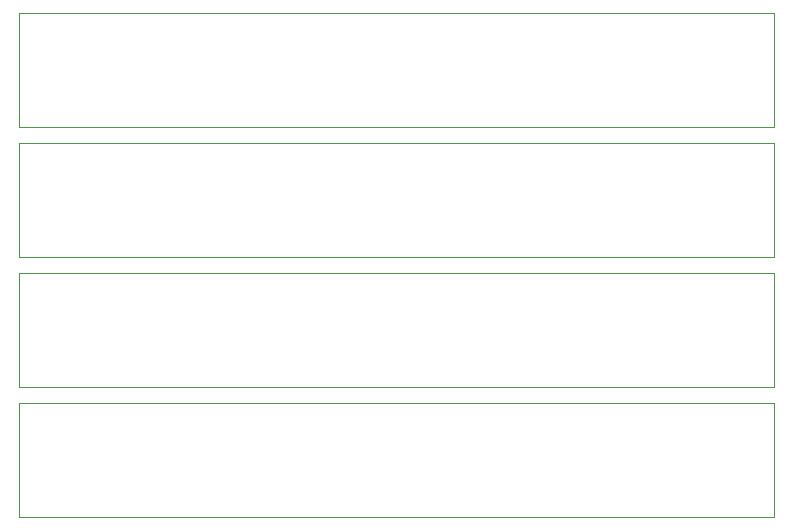
<source format=gbr>
G04 #@! TF.FileFunction,Other,User*
%FSLAX46Y46*%
G04 Gerber Fmt 4.6, Leading zero omitted, Abs format (unit mm)*
G04 Created by KiCad (PCBNEW 4.0.2-stable) date 30/01/2018 13:09:08*
%MOMM*%
G01*
G04 APERTURE LIST*
%ADD10C,0.100000*%
%ADD11C,0.050000*%
G04 APERTURE END LIST*
D10*
D11*
X91550000Y-72850000D02*
X91550000Y-63150000D01*
X91550000Y-63150000D02*
X155450000Y-63150000D01*
X155450000Y-63150000D02*
X155450000Y-72850000D01*
X155450000Y-72850000D02*
X91550000Y-72850000D01*
X155450000Y-52150000D02*
X155450000Y-61850000D01*
X155450000Y-61850000D02*
X91550000Y-61850000D01*
X91550000Y-61850000D02*
X91550000Y-52150000D01*
X91550000Y-52150000D02*
X155450000Y-52150000D01*
X91550000Y-83850000D02*
X91550000Y-74150000D01*
X91550000Y-74150000D02*
X155450000Y-74150000D01*
X155450000Y-74150000D02*
X155450000Y-83850000D01*
X155450000Y-83850000D02*
X91550000Y-83850000D01*
X155450000Y-85150000D02*
X155450000Y-94850000D01*
X155450000Y-94850000D02*
X91550000Y-94850000D01*
X91550000Y-94850000D02*
X91550000Y-85150000D01*
X91550000Y-85150000D02*
X155450000Y-85150000D01*
M02*

</source>
